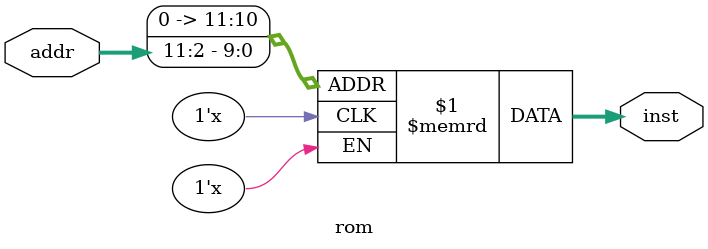
<source format=sv>
module rom (
    input logic [11:0] addr, 
    output logic [31:0] inst
);

   logic [31:0] rom [0:127];

//********************************
    // initial  $readmemh("rom.mem",rom);


//********************************



//        assign rom[0]    = 32'h1FC00113;
//        assign rom[1]    = 32'h00000413;
//        assign rom[2]    = 32'h20000493;
//        assign rom[3]    = 32'h00000317;
//        assign rom[4]    = 32'h0B4300E7;
//        assign rom[5]    = 32'h00000317;
//        assign rom[6]    = 32'h130300E7;
//        assign rom[7]    = 32'h100009B7;
//        assign rom[8]    = 32'h00098993;
//        assign rom[9]    = 32'h008989B3;
//        assign rom[10]   = 32'h00A98023;
//        assign rom[11]   = 32'h00A40023;
//        assign rom[12]   = 32'h0009C503;
//        assign rom[13]   = 32'h00044583;
//        assign rom[14]   = 32'h00851513;
//        assign rom[15]   = 32'h00B56533;
//        assign rom[16]   = 32'h00000317;
//        assign rom[17]   = 32'h0E4300E7;
//        assign rom[18]   = 32'h00140413;
//        assign rom[19]   = 32'hFC9410E3;
//        assign rom[20]   = 32'h0000B537;
//        assign rom[21]   = 32'hAAA50513;
//        assign rom[22]   = 32'h00000317;
//        assign rom[23]   = 32'h0CC300E7;
//        assign rom[24]   = 32'h00000317;
//        assign rom[25]   = 32'h100300E7;
//        assign rom[26]   = 32'h00005537;
//        assign rom[27]   = 32'h55550513;
//        assign rom[28]   = 32'h00000317;
//        assign rom[29]   = 32'h0B4300E7;
//        assign rom[30]   = 32'h00000317;
//        assign rom[31]   = 32'h0E8300E7;
//        assign rom[32]   = 32'h0000B537;
//        assign rom[33]   = 32'hAAA50513;
//        assign rom[34]   = 32'h00000317;
//        assign rom[35]   = 32'h09C300E7;
//        assign rom[36]   = 32'h00000317;
//        assign rom[37]   = 32'h0D0300E7;
//        assign rom[38]   = 32'h00005537;
//        assign rom[39]   = 32'h55550513;
//        assign rom[40]   = 32'h00000317;
//        assign rom[41]   = 32'h084300E7;
//        assign rom[42]   = 32'h00000317;
//        assign rom[43]   = 32'h0B8300E7;
//        assign rom[44]   = 32'h100002B7;
//        assign rom[45]   = 32'h00028293;
//        assign rom[46]   = 32'h00028067;
//        assign rom[47]   = 32'h00000063;
//        assign rom[48]   = 32'h200002B7;
//        assign rom[49]   = 32'h00028293;
//        assign rom[50]   = 32'h08000313;
//        assign rom[51]   = 32'h00628623;
//        assign rom[52]   = 32'h01B00313;
//        assign rom[53]   = 32'h00628023;
//        assign rom[54]   = 32'h00306313;
//        assign rom[55]   = 32'h00036313;
//        assign rom[56]   = 32'h00036313;
//        assign rom[57]   = 32'h00628623;
//        assign rom[58]   = 32'h00106313;
//        assign rom[59]   = 32'h00036313;
//        assign rom[60]   = 32'h08036313;
//        assign rom[61]   = 32'h00236313;
//        assign rom[62]   = 32'h00436313;
//        assign rom[63]   = 32'h00628423;
//        assign rom[64]   = 32'h00028223;
//        assign rom[65]   = 32'h00008067;
//        assign rom[66]   = 32'h20000337;
//        assign rom[67]   = 32'h00030313;
//        assign rom[68]   = 32'h01430283;
//        assign rom[69]   = 32'h0202F293;
//        assign rom[70]   = 32'hFE0288E3;
//        assign rom[71]   = 32'h00A30023;
//        assign rom[72]   = 32'h00008067;
//        assign rom[73]   = 32'h200002B7;
//        assign rom[74]   = 32'h10028293;
//        assign rom[75]   = 32'h00010337;
//        assign rom[76]   = 32'hFFF30313;
//        assign rom[77]   = 32'h0062A423;
//        assign rom[78]   = 32'h00A2A223;
//        assign rom[79]   = 32'h0002A583;
//        assign rom[80]   = 32'h00008067;
//        assign rom[81]   = 32'h20000337;
//        assign rom[82]   = 32'h00030313;
//        assign rom[83]   = 32'h01430283; 
//        assign rom[84]   = 32'h0012F293;
//        assign rom[85]   = 32'hFE0288E3;
//        assign rom[86]   = 32'h00030503;
//        assign rom[87]   = 32'h00008067;
//        assign rom[88]   = 32'h00000293;
//        assign rom[89]   = 32'h00989337;
//        assign rom[90]   = 32'h68030313;
//        assign rom[91]   = 32'h00128293;
//        assign rom[92]   = 32'hFE629EE3;
//        assign rom[93]   = 32'h00008067;
//        assign rom[94]   = 32'h00000593;
//        assign rom[95]   = 32'h00008913;
//        assign rom[96]   = 32'h00000317;
//        assign rom[97]   = 32'hFE0300E7;
//        assign rom[98]   = 32'h00158593;
//        assign rom[99]   = 32'hFEA59AE3;
//        assign rom[100]  = 32'h00090093;
//        assign rom[101]  = 32'h00008067;
//        assign rom[102]  = 32'h00090093;
//        assign rom[103]  = 32'h00008067;
//        assign rom[104]  = 32'h00090093;
//        assign rom[105]  = 32'h00008067;
//        assign rom[106]  = 32'h00000293;
//        assign rom[107]  = 32'h01C9C337;
//        assign rom[108]  = 32'h38030313;
//        assign rom[109]  = 32'h00128293;
//        assign rom[110]  = 32'hFE629EE3;
//        assign rom[111]  = 32'h00008067;
//        assign rom[112]  = 32'h00000000;
//        assign rom[113]  = 32'h00000000;
//        assign rom[114]  = 32'h00000000;
//        assign rom[115]  = 32'h00000000;
//        assign rom[116]  = 32'h00000000;
//        assign rom[117]  = 32'h00000000;
//        assign rom[118]  = 32'h00000000;
//        assign rom[119]  = 32'h00000000;
//        assign rom[120]  = 32'h00000000;
//        assign rom[121]  = 32'h00000000;
//        assign rom[122]  = 32'h00000000;
//        assign rom[123]  = 32'h00000000;
//        assign rom[124]  = 32'h00000000;
//        assign rom[125]  = 32'h00000000;
//        assign rom[126]  = 32'h00000000;
//        assign rom[127]  = 32'h00000000;

    assign inst = rom[addr >> 2];
endmodule

















































































































































































































































































































































































































































































































































































































































































































































































































































































































































































































































































































































































































































































































































































































































































































































































































































































































































































































































































































































































































































































































































































































































































































































































































































































































































































































































































































































































































































































































































































































































































































































































































































































































































































































































































































































































































































































































































































































































































































































































































































































































































































































































































































































































































































































































































































































































</source>
